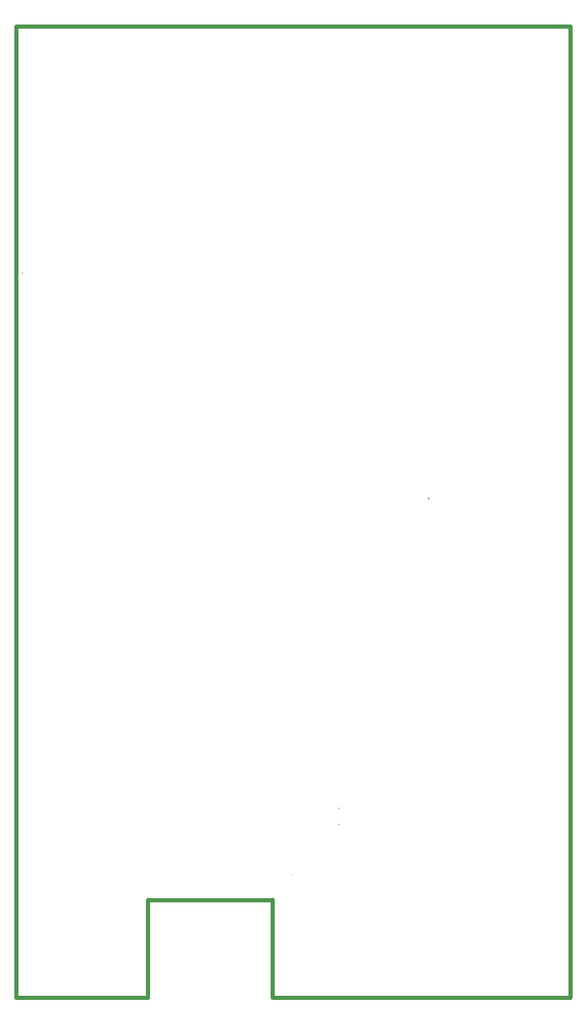
<source format=gm1>
G04*
G04 #@! TF.GenerationSoftware,Altium Limited,Altium Designer,18.1.9 (240)*
G04*
G04 Layer_Color=16711935*
%FSLAX25Y25*%
%MOIN*%
G70*
G01*
G75*
%ADD10C,0.00787*%
%ADD12C,0.01000*%
%ADD15C,0.02953*%
%ADD96C,0.00394*%
D10*
X85895Y-352270D02*
X85896Y-352269D01*
D12*
X-109198Y81591D02*
Y81591D01*
X119257Y-304036D02*
X119257D01*
X119256Y-316004D02*
X119257Y-316004D01*
D15*
X71709Y-440783D02*
X286518D01*
X71709D02*
Y-370383D01*
X71459Y-370353D02*
X71709Y-370103D01*
X-18371Y-370383D02*
X71709D01*
X-18371D02*
X-18091Y-370103D01*
X-18371Y-440783D02*
Y-370383D01*
X286471Y-440786D02*
X286471Y-440786D01*
X211471Y259214D02*
X286471D01*
X-113529D02*
X-38529D01*
X-113529Y-440783D02*
X-18371D01*
X-113529Y-440786D02*
Y259217D01*
X286471Y-440783D02*
Y259217D01*
X-38529Y259214D02*
X211471D01*
D96*
X183496Y-80938D02*
X185071D01*
X184284Y-81725D02*
Y-80150D01*
M02*

</source>
